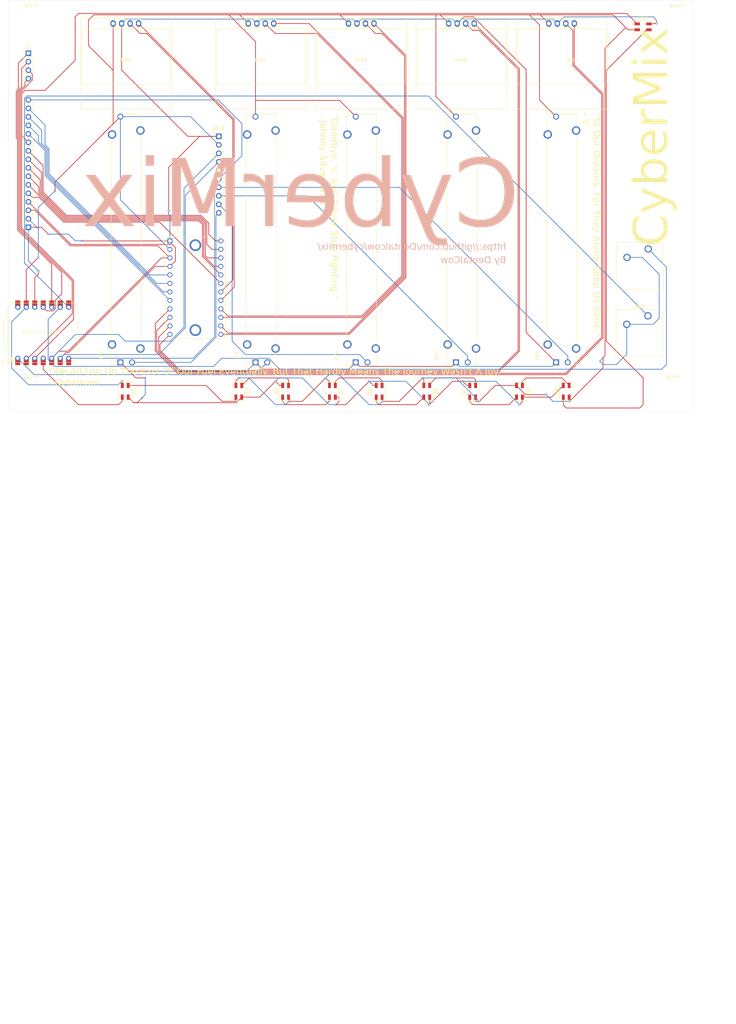
<source format=kicad_pcb>
(kicad_pcb (version 20241229) (generator "pcbnew") (generator_version "9.0")
  (layers (0 "F.Cu" signal) (2 "B.Cu" signal) (13 "F.Paste" user) (15 "B.Paste" user) (5 "F.SilkS" user "F.Silkscreen") (7 "B.SilkS" user "B.Silkscreen") (1 "F.Mask" user) (3 "B.Mask" user) (25 "Edge.Cuts" user))
  (net 0 "")
  (net 1 "Net-(Brd1-SCL)")
  (net 2 "Net-(Brd1-SDA)")
  (net 3 "Net-(ADC1-VCC)")
  (net 4 "Net-(ADC1-GND)")
  (net 5 "Net-(Brd2-SDA)")
  (net 6 "Net-(Brd2-SCL)")
  (net 7 "Net-(Brd3-SCL)")
  (net 8 "Net-(Brd3-SDA)")
  (net 9 "Net-(Brd4-SCL)")
  (net 10 "Net-(Brd4-SDA)")
  (net 11 "Net-(Brd5-SDA)")
  (net 12 "Net-(Brd5-SCL)")
  (net 13 "Net-(D1-DOUT)")
  (net 14 "Net-(D1-DIN)")
  (net 15 "Net-(D2-DOUT)")
  (net 16 "Net-(D3-DOUT)")
  (net 17 "Net-(D4-DOUT)")
  (net 18 "Net-(D5-DOUT)")
  (net 19 "Net-(D6-DOUT)")
  (net 20 "Net-(D7-DOUT)")
  (net 21 "Net-(D8-DOUT)")
  (net 22 "Net-(D10-DIN)")
  (net 23 "Net-(D10-DOUT)")
  (net 24 "Net-(ADC1-SDA)")
  (net 25 "Net-(U2-RST)")
  (net 26 "Net-(U2-SDA5)")
  (net 27 "Net-(U2-A0)")
  (net 28 "Net-(U2-A2)")
  (net 29 "Net-(U2-SCL7)")
  (net 30 "Net-(U2-A1)")
  (net 31 "Net-(ADC1-SCL)")
  (net 32 "Net-(U2-SDA7)")
  (net 33 "Net-(U2-SCL5)")
  (net 34 "Net-(U2-SDA6)")
  (net 35 "Net-(U2-SCL6)")
  (net 36 "Net-(ADC1-ALERT)")
  (net 37 "Net-(U1-GPIO27{slash}ADC1{slash}A1)")
  (net 38 "Net-(U1-GPIO28{slash}ADC2{slash}A2)")
  (net 39 "Net-(U1-GPIO3{slash}MOSI)")
  (net 40 "Net-(U1-GPIO4{slash}MISO)")
  (net 41 "Net-(U1-GPIO26{slash}ADC0{slash}A0)")
  (net 42 "Net-(ADC1-A0)")
  (net 43 "Net-(ADC1-A1)")
  (net 44 "Net-(ADC1-A2)")
  (net 45 "Net-(ADC1-A3)")
  (net 46 "Net-(U1-GPIO2{slash}SCK)")
  (net 47 "Net-(U1-GPIO1{slash}RX)")
  (net 49 "Net-(ADC1-ADDR)")
  (footprint "Button_Switch_Keyboard:SW_Cherry_MX_1.00u_PCB" (layer "F.Cu") (at 252.54 107.42)
    (property "Reference" "SW1")
    (property "Value" "SW_Push")
  )
  (footprint "MountingHole:MountingHole_3.2mm_M3" (layer "F.Cu") (at 68 39)
    (property "Reference" "REF**")
    (property "Value" "MountingHole_3.2mm_M3")
  )
  (footprint "LED_SMD:LED_SK6812MINI_PLCC4_3.5x3.5mm_P1.75mm" (layer "F.Cu") (at 96 150 -90)
    (property "Reference" "D1")
    (property "Value" "SK6812MINI")
  )
  (footprint "SSD1306:128x64OLED" (layer "F.Cu") (at 166.45 50.6)
    (property "Reference" "Brd3")
    (property "Value" "SSD1306")
  )
  (footprint "MountingHole:MountingHole_3.2mm_M3" (layer "F.Cu") (at 260 150)
    (property "Reference" "REF**")
    (property "Value" "MountingHole_3.2mm_M3")
  )
  (footprint "SSD1306:128x64OLED" (layer "F.Cu") (at 226.41 50.6)
    (property "Reference" "Brd1")
    (property "Value" "SSD1306")
  )
  (footprint "Seeed Studio XIAO Series Library:XIAO-RP2040-DIP" (layer "F.Cu") (at 71.46 132.5 90)
    (property "Reference" "U1")
    (property "Value" "XIAO-RP2040-DIP")
  )
  (footprint "MountingHole:MountingHole_3.2mm_M3" (layer "F.Cu") (at 261 39)
    (property "Reference" "REF**")
    (property "Value" "MountingHole_3.2mm_M3")
  )
  (footprint "PTA6043-2015CPB103:TRIM_PTA6043-2015CPB103" (layer "F.Cu") (at 226.71 104.6 90)
    (property "Reference" "RV2")
    (property "Value" "R_Potentiometer")
  )
  (footprint "LED_SMD:LED_SK6812MINI_PLCC4_3.5x3.5mm_P1.75mm" (layer "F.Cu") (at 214 150 -90)
    (property "Reference" "D8")
    (property "Value" "SK6812MINI")
  )
  (footprint "SSD1306:128x64OLED" (layer "F.Cu") (at 136.45 50.6)
    (property "Reference" "Brd4")
    (property "Value" "SSD1306")
  )
  (footprint "SSD1306:128x64OLED" (layer "F.Cu") (at 96 50.6)
    (property "Reference" "Brd5")
    (property "Value" "SSD1306")
  )
  (footprint "LED_SMD:LED_SK6812MINI_PLCC4_3.5x3.5mm_P1.75mm" (layer "F.Cu") (at 172 150 90)
    (property "Reference" "D5")
    (property "Value" "SK6812MINI")
  )
  (footprint "Connector_PinHeader_2.54mm:PinHeader_1x16_P2.54mm_Vertical" (layer "F.Cu") (at 67 100.94 180)
    (property "Reference" "J1")
    (property "Value" "PINHD_1x16_Male")
  )
  (footprint "Connector_PinHeader_2.54mm:PinHeader_1x04_P2.54mm_Vertical" (layer "F.Cu") (at 67 48.89)
    (property "Reference" "J2")
    (property "Value" "PINHD_1x4_Male")
  )
  (footprint "LED_SMD:LED_SK6812MINI_PLCC4_3.5x3.5mm_P1.75mm" (layer "F.Cu") (at 144 150 90)
    (property "Reference" "D3")
    (property "Value" "SK6812MINI")
  )
  (footprint "Button_Switch_Keyboard:SW_Cherry_MX_1.00u_PCB" (layer "F.Cu") (at 252.46 127.42)
    (property "Reference" "SW2")
    (property "Value" "SW_Push")
  )
  (footprint "PTA6043-2015CPB103:TRIM_PTA6043-2015CPB103" (layer "F.Cu") (at 96.3 104.6 90)
    (property "Reference" "RV5")
    (property "Value" "R_Potentiometer")
  )
  (footprint "LED_SMD:LED_SK6812MINI_PLCC4_3.5x3.5mm_P1.75mm" (layer "F.Cu") (at 186.25 150 -90)
    (property "Reference" "D6")
    (property "Value" "SK6812MINI")
  )
  (footprint "Connector_PinHeader_2.54mm:PinHeader_1x10_P2.54mm_Vertical" (layer "F.Cu") (at 124 73.76)
    (property "Reference" "ADC1")
    (property "Value" "~")
  )
  (footprint "PTA6043-2015CPB103:TRIM_PTA6043-2015CPB103" (layer "F.Cu") (at 136.75 104.6 90)
    (property "Reference" "RV1")
    (property "Value" "R_Potentiometer")
  )
  (footprint "PTA6043-2015CPB103:TRIM_PTA6043-2015CPB103" (layer "F.Cu") (at 166.75 104.6 90)
    (property "Reference" "RV4")
    (property "Value" "R_Potentiometer")
  )
  (footprint "LED_SMD:LED_SK6812MINI_PLCC4_3.5x3.5mm_P1.75mm" (layer "F.Cu") (at 228 150 90)
    (property "Reference" "D9")
    (property "Value" "SK6812MINI")
  )
  (footprint "LED_SMD:LED_SK6812MINI_PLCC4_3.5x3.5mm_P1.75mm" (layer "F.Cu") (at 158 150 -90)
    (property "Reference" "D4")
    (property "Value" "SK6812MINI")
  )
  (footprint "LED_SMD:LED_SK6812MINI_PLCC4_3.5x3.5mm_P1.75mm" (layer "F.Cu") (at 200 150 90)
    (property "Reference" "D7")
    (property "Value" "SK6812MINI")
  )
  (footprint "MountingHole:MountingHole_3.2mm_M3" (layer "F.Cu") (at 68 150)
    (property "Reference" "REF**")
    (property "Value" "MountingHole_3.2mm_M3")
  )
  (footprint "PTA6043-2015CPB103:TRIM_PTA6043-2015CPB103" (layer "F.Cu") (at 196.75 104.6 90)
    (property "Reference" "RV3")
    (property "Value" "R_Potentiometer")
  )
  (footprint "LED_SMD:LED_SK6812MINI_PLCC4_3.5x3.5mm_P1.75mm" (layer "F.Cu") (at 251 41)
    (property "Reference" "D10")
    (property "Value" "SK6812MINI")
  )
  (footprint "2717:MODULE_2717" (layer "F.Cu") (at 117 119)
    (property "Reference" "U2")
    (property "Value" "2717")
  )
  (footprint "LED_SMD:LED_SK6812MINI_PLCC4_3.5x3.5mm_P1.75mm" (layer "F.Cu") (at 130 150 -90)
    (property "Reference" "D2")
    (property "Value" "SK6812MINI")
  )
  (footprint "SSD1306:128x64OLED" (layer "F.Cu") (at 196.45 50.6)
    (property "Reference" "Brd2")
    (property "Value" "SSD1306")
  )
  (gr_rect (start 61 33) (end 266 156) (stroke (width 0.05)) (fill no) (layer "Edge.Cuts"))
  (gr_text "CyberMix" (at 254 74 90) (layer "F.SilkS") (effects (font (size 10 10) (thickness 0.1))))
  (gr_text "{dblquote}To Our Dreams. For They Alone Keep Us Sane.{dblquote}\n- V" (at 232.485 66.7 270) (layer "F.SilkS") (effects (font (size 2 2) (thickness 0.1)) (justify left bottom)))
  (gr_text "{dblquote}Goodbye, V, And Never Stop Fighting.{dblquote}\n- Johnny Silverhand" (at 154 67 270) (layer "F.SilkS") (effects (font (size 2 2) (thickness 0.1)) (justify left bottom)))
  (gr_text "XIAO THIS SIDE" (at 65 133 0) (layer "F.SilkS") (effects (font (size 1 1) (thickness 0.1)) (justify left bottom)))
  (gr_text "{dblquote}We All Lap Up The Last Of Our Fuel Eventually. But That Hardly Means The Journey Wasn't A Joy.{dblquote}\n- Delamain" (at 73 148.7 0) (layer "F.SilkS") (effects (font (size 2 2) (thickness 0.1)) (justify left bottom)))
  (gr_text "CyberMix" (at 214 104 0) (layer "B.SilkS") (effects (font (size 20 20) (thickness 0.1)) (justify left bottom mirror)))
  (gr_text "By DentalCow" (at 210 112 0) (layer "B.SilkS") (effects (font (size 2 2) (thickness 0.1)) (justify left bottom mirror)))
  (gr_text "https://github.com/Dentalcow/cybermix/" (at 210 108 0) (layer "B.SilkS") (effects (font (size 2 2) (thickness 0.1)) (justify left bottom mirror)))
  (segment (start 238.599 133.8339) (end 227.8339 144.599) (width 0.2) (layer "F.Cu") (net 1))
  (segment (start 105.401 131.869) (end 109.38 127.89) (width 0.2) (layer "F.Cu") (net 1))
  (segment (start 230.009 52.5761) (end 238.599 61.1661) (width 0.2) (layer "F.Cu") (net 1))
  (segment (start 227.8339 144.599) (end 112.1661 144.599) (width 0.2) (layer "F.Cu") (net 1))
  (segment (start 238.599 61.1661) (end 238.599 133.8339) (width 0.2) (layer "F.Cu") (net 1))
  (segment (start 230 42.13) (end 230 52.5671) (width 0.2) (layer "F.Cu") (net 1))
  (segment (start 230.009 52.5581) (end 230.009 52.5761) (width 0.2) (layer "F.Cu") (net 1))
  (segment (start 230 52.5671) (end 230.009 52.5581) (width 0.2) (layer "F.Cu") (net 1))
  (segment (start 112.1661 144.599) (end 105.401 137.8339) (width 0.2) (layer "F.Cu") (net 1))
  (segment (start 227.87 40) (end 230 42.13) (width 0.2) (layer "F.Cu") (net 1))
  (segment (start 105.401 137.8339) (end 105.401 131.869) (width 0.2) (layer "F.Cu") (net 1))
  (segment (start 112 145) (end 228 145) (width 0.2) (layer "F.Cu") (net 2))
  (segment (start 228 145) (end 239 134) (width 0.2) (layer "F.Cu") (net 2))
  (segment (start 105 138) (end 112 145) (width 0.2) (layer "F.Cu") (net 2))
  (segment (start 230.41 52.41) (end 230.41 40) (width 0.2) (layer "F.Cu") (net 2))
  (segment (start 109.38 125.35) (end 105 129.73) (width 0.2) (layer "F.Cu") (net 2))
  (segment (start 239 61) (end 230.41 52.41) (width 0.2) (layer "F.Cu") (net 2))
  (segment (start 105 129.73) (end 105 138) (width 0.2) (layer "F.Cu") (net 2))
  (segment (start 239 134) (end 239 61) (width 0.2) (layer "F.Cu") (net 2))
  (segment (start 109 83) (end 109 96) (width 0.2) (layer "F.Cu") (net 3))
  (segment (start 169 147) (end 162 154) (width 0.2) (layer "F.Cu") (net 3))
  (segment (start 67 100.94) (end 70.94 100.94) (width 0.2) (layer "F.Cu") (net 3))
  (segment (start 214.875 151.75) (end 223.625 151.75) (width 0.2) (layer "F.Cu") (net 3))
  (segment (start 137.046 143.396) (end 162.954 143.396) (width 0.2) (layer "F.Cu") (net 3))
  (segment (start 193.799 142.551) (end 195 141.35) (width 0.2) (layer "F.Cu") (net 3))
  (segment (start 99.2 146) (end 102 146) (width 0.2) (layer "F.Cu") (net 3))
  (segment (start 166.201 142.551) (end 193.799 142.551) (width 0.2) (layer "F.Cu") (net 3))
  (segment (start 83 105) (end 83.03 105.03) (width 0.2) (layer "F.Cu") (net 3))
  (segment (start 100 153.401) (end 101 153.401) (width 0.2) (layer "F.Cu") (net 3))
  (segment (start 187 154) (end 187.125 153.875) (width 0.2) (layer "F.Cu") (net 3))
  (segment (start 83.03 105.03) (end 109.38 105.03) (width 0.2) (layer "F.Cu") (net 3))
  (segment (start 136.25 151.75) (end 130.875 151.75) (width 0.2) (layer "F.Cu") (net 3))
  (segment (start 165 141.35) (end 166.201 142.551) (width 0.2) (layer "F.Cu") (net 3))
  (segment (start 97.2 144) (end 104 144) (width 0.2) (layer "F.Cu") (net 3))
  (segment (start 199.125 148.25) (end 198.25 148.25) (width 0.2) (layer "F.Cu") (net 3))
  (segment (start 162.954 143.396) (end 165 141.35) (width 0.2) (layer "F.Cu") (net 3))
  (segment (start 97.1 143.9) (end 94.55 141.35) (width 0.2) (layer "F.Cu") (net 3))
  (segment (start 101 153.401) (end 129.224 153.401) (width 0.2) (layer "F.Cu") (net 3))
  (segment (start 224.96 141.35) (end 216 132.39) (width 0.2) (layer "F.Cu") (net 3))
  (segment (start 197.37 38) (end 195.37 40) (width 0.2) (layer "F.Cu") (net 3))
  (segment (start 70 114) (end 70 115) (width 0.2) (layer "F.Cu") (net 3))
  (segment (start 194 147) (end 187 154) (width 0.2) (layer "F.Cu") (net 3))
  (segment (start 214 154) (end 214.875 153.125) (width 0.2) (layer "F.Cu") (net 3))
  (segment (start 143.125 148.25) (end 142.25 148.25) (width 0.2) (layer "F.Cu") (net 3))
  (segment (start 198.25 148.25) (end 197 147) (width 0.2) (layer "F.Cu") (net 3))
  (segment (start 159.75 151.75) (end 158.875 151.75) (width 0.2) (layer "F.Cu") (net 3))
  (segment (start 124 73.76) (end 118.24 73.76) (width 0.2) (layer "F.Cu") (net 3))
  (segment (start 98.526 153.401) (end 100 153.401) (width 0.2) (layer "F.Cu") (net 3))
  (segment (start 118.24 73.76) (end 109 83) (width 0.2) (layer "F.Cu") (net 3))
  (segment (start 223.625 151.75) (end 227.125 148.25) (width 0.2) (layer "F.Cu") (net 3))
  (segment (start 187.125 153.875) (end 187.125 151.75) (width 0.2) (layer "F.Cu") (net 3))
  (segment (start 216 53.792951) (end 200.207049 38) (width 0.2) (layer "F.Cu") (net 3))
  (segment (start 135 141.35) (end 137.046 143.396) (width 0.2) (layer "F.Cu") (net 3))
  (segment (start 162 154) (end 159 154) (width 0.2) (layer "F.Cu") (net 3))
  (segment (start 114.759999 73.76) (end 124 73.76) (width 0.2) (layer "F.Cu") (net 3))
  (segment (start 170.25 148.25) (end 169 147) (width 0.2) (layer "F.Cu") (net 3))
  (segment (start 254 40) (end 253.875 40.125) (width 0.2) (layer "F.Cu") (net 3))
  (segment (start 200.207049 38) (end 197.37 38) (width 0.2) (layer "F.Cu") (net 3))
  (segment (start 216 132.39) (end 216 53.792951) (width 0.2) (layer "F.Cu") (net 3))
  (segment (start 142.25 148.25) (end 141 147) (width 0.2) (layer "F.Cu") (net 3))
  (segment (start 99.599 153.401) (end 98.526 153.401) (width 0.2) (layer "F.Cu") (net 3))
  (segment (start 68.92 116.08) (end 68.92 124.88) (width 0.2) (layer "F.Cu") (net 3))
  (segment (start 159 154) (end 160 153) (width 0.2) (layer "F.Cu") (net 3))
  (segment (start 94.92 53.920001) (end 114.759999 73.76) (width 0.2) (layer "F.Cu") (net 3))
  (segment (start 101 152) (end 99.599 153.401) (width 0.2) (layer "F.Cu") (net 3))
  (segment (start 214.875 153.125) (end 214.875 151.75) (width 0.2) (layer "F.Cu") (net 3))
  (segment (start 255 40) (end 254 40) (width 0.2) (layer "F.Cu") (net 3))
  (segment (start 96.875 151.75) (end 98.526 153.401) (width 0.2) (layer "F.Cu") (net 3))
  (segment (start 70.94 100.94) (end 73 103) (width 0.2) (layer "F.Cu") (net 3))
  (segment (start 160 153) (end 160 152) (width 0.2) (layer "F.Cu") (net 3))
  (segment (start 197 147) (end 194 147) (width 0.2) (layer "F.Cu") (net 3))
  (segment (start 70 115) (end 68.92 116.08) (width 0.2) (layer "F.Cu") (net 3))
  (segment (start 97.1 143.9) (end 99.2 146) (width 0.2) (layer "F.Cu") (net 3))
  (segment (start 160 152) (end 159.75 151.75) (width 0.2) (layer "F.Cu") (net 3))
  (segment (start 97.1 143.9) (end 97.2 144) (width 0.2) (layer "F.Cu") (net 3))
  (segment (start 171.125 148.25) (end 170.25 148.25) (width 0.2) (layer "F.Cu") (net 3))
  (segment (start 141 147) (end 136.25 151.75) (width 0.2) (layer "F.Cu") (net 3))
  (segment (start 129.224 153.401) (end 130.875 151.75) (width 0.2) (layer "F.Cu") (net 3))
  (segment (start 94.92 40) (end 94.92 53.920001) (width 0.2) (layer "F.Cu") (net 3))
  (segment (start 253.875 40.125) (end 252.75 40.125) (width 0.2) (layer "F.Cu") (net 3))
  (via (at 102 146) (size 0.6) (drill 0.3) (layers "F.Cu" "B.Cu") (net 3))
  (via (at 70 114) (size 0.6) (drill 0.3) (layers "F.Cu" "B.Cu") (net 3))
  (via (at 169 147) (size 0.6) (drill 0.3) (layers "F.Cu" "B.Cu") (net 3))
  (via (at 214 154) (size 0.6) (drill 0.3) (layers "F.Cu" "B.Cu") (net 3))
  (via (at 83 105) (size 0.6) (drill 0.3) (layers "F.Cu" "B.Cu") (net 3))
  (via (at 255 40) (size 0.6) (drill 0.3) (layers "F.Cu" "B.Cu") (net 3))
  (via (at 187 154) (size 0.6) (drill 0.3) (layers "F.Cu" "B.Cu") (net 3))
  (via (at 101 152) (size 0.6) (drill 0.3) (layers "F.Cu" "B.Cu") (net 3))
  (via (at 197 147) (size 0.6) (drill 0.3) (layers "F.Cu" "B.Cu") (net 3))
  (via (at 104 144) (size 0.6) (drill 0.3) (layers "F.Cu" "B.Cu") (net 3))
  (via (at 159 154) (size 0.6) (drill 0.3) (layers "F.Cu" "B.Cu") (net 3))
  (via (at 73 103) (size 0.6) (drill 0.3) (layers "F.Cu" "B.Cu") (net 3))
  (via (at 141 147) (size 0.6) (drill 0.3) (layers "F.Cu" "B.Cu") (net 3))
  (via (at 109 96) (size 0.6) (drill 0.3) (layers "F.Cu" "B.Cu") (net 3))
  (segment (start 164.069 38.699) (end 165.37 40) (width 0.2) (layer "B.Cu") (net 3))
  (segment (start 169 147) (end 180 147) (width 0.2) (layer "B.Cu") (net 3))
  (segment (start 67 111) (end 70 114) (width 0.2) (layer "B.Cu") (net 3))
  (segment (start 227.33 38) (end 254 38) (width 0.2) (layer "B.Cu") (net 3))
  (segment (start 79 103) (end 73 103) (width 0.2) (layer "B.Cu") (net 3))
  (segment (start 102 151) (end 102 146) (width 0.2) (layer "B.Cu") (net 3))
  (segment (start 109.38 97.38) (end 109.38 105.03) (width 0.2) (layer "B.Cu") (net 3))
  (segment (start 101 152) (end 102 151) (width 0.2) (layer "B.Cu") (net 3))
  (segment (start 180 147) (end 187 154) (width 0.2) (layer "B.Cu") (net 3))
  (segment (start 196.201 142.551) (end 223.759 142.551) (width 0.2) (layer "B.Cu") (net 3))
  (segment (start 195.37 40) (end 196.671 38.699) (width 0.2) (layer "B.Cu") (net 3))
  (segment (start 149 146) (end 157 154) (width 0.2) (layer "B.Cu") (net 3))
  (segment (start 109 97) (end 109.38 97.38) (width 0.2) (layer "B.Cu") (net 3))
  (segment (start 254 38) (end 255 39) (width 0.2) (layer "B.Cu") (net 3))
  (segment (start 94.92 40) (end 96.221 38.699) (width 0.2) (layer "B.Cu") (net 3))
  (segment (start 197 147) (end 207 147) (width 0.2) (layer "B.Cu") (net 3))
  (segment (start 165.37 40) (end 166.671 38.699) (width 0.2) (layer "B.Cu") (net 3))
  (segment (start 166.671 38.699) (end 194.069 38.699) (width 0.2) (layer "B.Cu") (net 3))
  (segment (start 142 146) (end 149 146) (width 0.2) (layer "B.Cu") (net 3))
  (segment (start 157 154) (end 159 154) (width 0.2) (layer "B.Cu") (net 3))
  (segment (start 104 144) (end 132.35 144) (width 0.2) (layer "B.Cu") (net 3))
  (segment (start 83 105) (end 81 105) (width 0.2) (layer "B.Cu") (net 3))
  (segment (start 195 141.35) (end 196.201 142.551) (width 0.2) (layer "B.Cu") (net 3))
  (segment (start 141 147) (end 142 146) (width 0.2) (layer "B.Cu") (net 3))
  (segment (start 224.029 38.699) (end 225.33 40) (width 0.2) (layer "B.Cu") (net 3))
  (segment (start 194.069 38.699) (end 195.37 40) (width 0.2) (layer "B.Cu") (net 3))
  (segment (start 225.33 40) (end 227.33 38) (width 0.2) (layer "B.Cu") (net 3))
  (segment (start 96.221 38.699) (end 134.069 38.699) (width 0.2) (layer "B.Cu") (net 3))
  (segment (start 223.759 142.551) (end 224.96 141.35) (width 0.2) (layer "B.Cu") (net 3))
  (segment (start 109 96) (end 109 97) (width 0.2) (layer "B.Cu") (net 3))
  (segment (start 255 39) (end 255 40) (width 0.2) (layer "B.Cu") (net 3))
  (segment (start 135.37 40) (end 136.671 38.699) (width 0.2) (layer "B.Cu") (net 3))
  (segment (start 136.671 38.699) (end 164.069 38.699) (width 0.2) (layer "B.Cu") (net 3))
  (segment (start 196.671 38.699) (end 224.029 38.699) (width 0.2) (layer "B.Cu") (net 3))
  (segment (start 134.069 38.699) (end 135.37 40) (width 0.2) (layer "B.Cu") (net 3))
  (segment (start 67 100.94) (end 67 111) (width 0.2) (layer "B.Cu") (net 3))
  (segment (start 81 105) (end 79 103) (width 0.2) (layer "B.Cu") (net 3))
  (segment (start 132.35 144) (end 135 141.35) (width 0.2) (layer "B.Cu") (net 3))
  (segment (start 207 147) (end 214 154) (width 0.2) (layer "B.Cu") (net 3))
  (segment (start 66.38 113.62) (end 70 110) (width 0.2) (layer "F.Cu") (net 4))
  (segment (start 89.2 73.2) (end 92.38 70.02) (width 0.2) (layer "F.Cu") (net 4))
  (segment (start 229 153) (end 239 143) (width 0.2) (layer "F.Cu") (net 4))
  (segment (start 149 153) (end 145 153) (width 0.2) (layer "F.Cu") (net 4))
  (segment (start 165 67.85) (end 160.15 63) (width 0.2) (layer "F.Cu") (net 4))
  (segment (start 189.15 62) (end 189 62) (width 0.2) (layer "F.Cu") (net 4))
  (segment (start 185.375 146.375) (end 185 146) (width 0.2) (layer "F.Cu") (net 4))
  (segment (start 173 153) (end 173 151.875) (width 0.2) (layer "F.Cu") (net 4))
  (segment (start 135 63) (end 135 45.401) (width 0.2) (layer "F.Cu") (net 4))
  (segment (start 135 67.85) (end 135 63) (width 0.2) (layer "F.Cu") (net 4))
  (segment (start 129.125 148.25) (end 129.125 146.875) (width 0.2) (layer "F.Cu") (net 4))
  (segment (start 189 62) (end 189 37.401) (width 0.2) (layer "F.Cu") (net 4))
  (segment (start 85 39) (end 85 46.62) (width 0.2) (layer "F.Cu") (net 4))
  (segment (start 202 153) (end 201 153) (width 0.2) (layer "F.Cu") (net 4))
  (segment (start 200.875 152.875) (end 200.875 151.75) (width 0.2) (layer "F.Cu") (net 4))
  (segment (start 224.96 67.85) (end 220 62.89) (width 0.2) (layer "F.Cu") (net 4))
  (segment (start 229 153) (end 229 151.875) (width 0.2) (layer "F.Cu") (net 4))
  (segment (start 239.599 139.401) (end 239 140) (width 0.2) (layer "F.Cu") (net 4))
  (segment (start 160.15 63) (end 135 63) (width 0.2) (layer "F.Cu") (net 4))
  (segment (start 178 153) (end 173 153) (width 0.2) (layer "F.Cu") (net 4))
  (segment (start 239 143) (end 239 140) (width 0.2) (layer "F.Cu") (net 4))
  (segment (start 162.83 40) (end 160.231 37.401) (width 0.2) (layer "F.Cu") (net 4))
  (segment (start 156 146) (end 149 153) (width 0.2) (layer "F.Cu") (net 4))
  (segment (start 157.125 147.125) (end 156 146) (width 0.2) (layer "F.Cu") (net 4))
  (segment (start 127 37.401) (end 86.599 37.401) (width 0.2) (layer "F.Cu") (net 4))
  (segment (start 195 67.85) (end 189.15 62) (width 0.2) (layer "F.Cu") (net 4))
  (segment (start 245.7995 41.2005) (end 242 37.401) (width 0.2) (layer "F.Cu") (net 4))
  (segment (start 192.83 40) (end 190.231 37.401) (width 0.2) (layer "F.Cu") (net 4))
  (segment (start 135 45.401) (end 127 37.401) (width 0.2) (layer "F.Cu") (net 4))
  (segment (start 130.231 37.401) (end 127 37.401) (width 0.2) (layer "F.Cu") (net 4))
  (segment (start 217 37.401) (end 190.231 37.401) (width 0.2) (layer "F.Cu") (net 4))
  (segment (start 215.798 151) (end 222 151) (width 0.2) (layer "F.Cu") (net 4))
  (segment (start 85 46.62) (end 92.38 54) (width 0.2) (layer "F.Cu") (net 4))
  (segment (start 201 153) (end 200.875 152.875) (width 0.2) (layer "F.Cu") (net 4))
  (segment (start 189 37.401) (end 160.231 37.401) (width 0.2) (layer "F.Cu") (net 4))
  (segment (start 92.38 54) (end 92.38 40) (width 0.2) (layer "F.Cu") (net 4))
  (segment (start 245.7995 41.2005) (end 239.599 47.401) (width 0.2) (layer "F.Cu") (net 4))
  (segment (start 249.25 41.875) (end 246.474 41.875) (width 0.2) (layer "F.Cu") (net 4))
  (segment (start 202 153) (end 206.75 148.25) (width 0.2) (layer "F.Cu") (net 4))
  (segment (start 145 153) (end 145 151.875) (width 0.2) (layer "F.Cu") (net 4))
  (segment (start 95 148.125) (end 95.125 148.25) (width 0.2) (layer "F.Cu") (net 4))
  (segment (start 229 151.875) (end 228.875 151.75) (width 0.2) (layer "F.Cu") (net 4))
  (segment (start 220 40.401) (end 217 37.401) (width 0.2) (layer "F.Cu") (net 4))
  (segment (start 86.599 37.401) (end 85 39) (width 0.2) (layer "F.Cu") (net 4))
  (segment (start 222.79 40) (end 220.191 37.401) (width 0.2) (layer "F.Cu") (net 4))
  (segment (start 92.38 70.02) (end 92.38 54) (width 0.2) (layer "F.Cu") (net 4))
  (segment (start 242 37.401) (end 220.191 37.401) (width 0.2) (layer "F.Cu") (net 4))
  (segment (start 129.125 146.875) (end 130 146) (width 0.2) (layer "F.Cu") (net 4))
  (segment (start 220.191 37.401) (end 217 37.401) (width 0.2) (layer "F.Cu") (net 4))
  (segment (start 95 147) (end 95 148.125) (width 0.2) (layer "F.Cu") (net 4))
  (segment (start 213.125 148.327) (end 215.798 151) (width 0.2) (layer "F.Cu") (net 4))
  (segment (start 75 87.4) (end 89.2 73.2) (width 0.2) (layer "F.Cu") (net 4))
  (segment (start 206.75 148.25) (end 213.125 148.25) (width 0.2) (layer "F.Cu") (net 4))
  (segment (start 75 90) (end 75 87.4) (width 0.2) (layer "F.Cu") (net 4))
  (segment (start 173 151.875) (end 172.875 151.75) (width 0.2) (layer "F.Cu") (net 4))
  (segment (start 220 62.89) (end 220 40.401) (width 0.2) (layer "F.Cu") (net 4))
  (segment (start 239.599 47.401) (end 239.599 139.401) (width 0.2) (layer "F.Cu") (net 4))
  (segment (start 246.474 41.875) (end 245.7995 41.2005) (width 0.2) (layer "F.Cu") (net 4))
  (segment (start 66.38 124.88) (end 66.38 113.62) (width 0.2) (layer "F.Cu") (net 4))
  (segment (start 132.83 40) (end 130.231 37.401) (width 0.2) (layer "F.Cu") (net 4))
  (segment (start 160.231 37.401) (end 130.231 37.401) (width 0.2) (layer "F.Cu") (net 4))
  (segment (start 185 146) (end 178 153) (width 0.2) (layer "F.Cu") (net 4))
  (segment (start 145 151.875) (end 144.875 151.75) (width 0.2) (layer "F.Cu") (net 4))
  (segment (start 185.375 148.25) (end 185.375 146.375) (width 0.2) (layer "F.Cu") (net 4))
  (segment (start 190.231 37.401) (end 189 37.401) (width 0.2) (layer "F.Cu") (net 4))
  (segment (start 213.125 148.25) (end 213.125 148.327) (width 0.2) (layer "F.Cu") (net 4))
  (segment (start 89.2 73.2) (end 94.55 67.85) (width 0.2) (layer "F.Cu") (net 4))
  (segment (start 157.125 148.25) (end 157.125 147.125) (width 0.2) (layer "F.Cu") (net 4))
  (via (at 70 110) (size 0.6) (drill 0.3) (layers "F.Cu" "B.Cu") (net 4))
  (via (at 95 147) (size 0.6) (drill 0.3) (layers "F.Cu" "B.Cu") (net 4))
  (via (at 173 153) (size 0.6) (drill 0.3) (layers "F.Cu" "B.Cu") (net 4))
  (via (at 145 153) (size 0.6) (drill 0.3) (layers "F.Cu" "B.Cu") (net 4))
  (via (at 156 146) (size 0.6) (drill 0.3) (layers "F.Cu" "B.Cu") (net 4))
  (via (at 222 151) (size 0.6) (drill 0.3) (layers "F.Cu" "B.Cu") (net 4))
  (via (at 75 90) (size 0.6) (drill 0.3) (layers "F.Cu" "B.Cu") (net 4))
  (via (at 185 146) (size 0.6) (drill 0.3) (layers "F.Cu" "B.Cu") (net 4))
  (via (at 130 146) (size 0.6) (drill 0.3) (layers "F.Cu" "B.Cu") (net 4))
  (via (at 202 153) (size 0.6) (drill 0.3) (layers "F.Cu" "B.Cu") (net 4))
  (via (at 239 140) (size 0.6) (drill 0.3) (layers "F.Cu" "B.Cu") (net 4))
  (via (at 229 153) (size 0.6) (drill 0.3) (layers "F.Cu" "B.Cu") (net 4))
  (segment (start 239 140) (end 238 141) (width 0.2) (layer "B.Cu") (net 4))
  (segment (start 94.55 92.74) (end 94.55 67.85) (width 0.2) (layer "B.Cu") (net 4))
  (segment (start 195 146) (end 202 153) (width 0.2) (layer "B.Cu") (net 4))
  (segment (start 250.784816 109.96) (end 246.19 109.96) (width 0.2) (layer "B.Cu") (net 4))
  (segment (start 133 146) (end 141 154) (width 0.2) (layer "B.Cu") (net 4))
  (segment (start 67.049 148.049) (end 93.951 148.049) (width 0.2) (layer "B.Cu") (net 4))
  (segment (start 255.824816 115) (end 250.784816 109.96) (width 0.2) (layer "B.Cu") (net 4))
  (segment (start 156 146) (end 157 145) (width 0.2) (layer "B.Cu") (net 4))
  (segment (start 130 146) (end 132 146) (width 0.2) (layer "B.Cu") (net 4))
  (segment (start 62 143) (end 67.049 148.049) (width 0.2) (layer "B.Cu") (net 4))
  (segment (start 224 153) (end 229 153) (width 0.2) (layer "B.Cu") (net 4))
  (segment (start 124 76.3) (end 115.55 67.85) (width 0.2) (layer "B.Cu") (net 4))
  (segment (start 243 142) (end 246.11 138.89) (width 0.2) (layer "B.Cu") (net 4))
  (segment (start 62 129.26) (end 62 143) (width 0.2) (layer "B.Cu") (net 4))
  (segment (start 70 110) (end 70 101.4) (width 0.2) (layer "B.Cu") (net 4))
  (segment (start 239 142) (end 243 142) (width 0.2) (layer "B.Cu") (net 4))
  (segment (start 169 154) (end 172 154) (width 0.2) (layer "B.Cu") (net 4))
  (segment (start 255.824816 128.175184) (end 255.824816 115) (width 0.2) (layer "B.Cu") (net 4))
  (segment (start 157 145) (end 160 145) (width 0.2) (layer "B.Cu") (net 4))
  (segment (start 144 154) (end 145 153) (width 0.2) (layer "B.Cu") (net 4))
  (segment (start 70 101.4) (end 70 95) (width 0.2) (layer "B.Cu") (net 4))
  (segment (start 115.55 67.85) (end 94.55 67.85) (width 0.2) (layer "B.Cu") (net 4))
  (segment (start 70 101.4) (end 67 98.4) (width 0.2) (layer "B.Cu") (net 4))
  (segment (start 132 146) (end 133 146) (width 0.2) (layer "B.Cu") (net 4))
  (segment (start 254.04 129.96) (end 255.824816 128.175184) (width 0.2) (layer "B.Cu") (net 4))
  (segment (start 70 95) (end 75 90) (width 0.2) (layer "B.Cu") (net 4))
  (segment (start 66.38 124.88) (end 62 129.26) (width 0.2) (layer "B.Cu") (net 4))
  (segment (start 141 154) (end 144 154) (width 0.2) (layer "B.Cu") (net 4))
  (segment (start 238 141) (end 239 142) (width 0.2) (layer "B.Cu") (net 4))
  (segment (start 160 145) (end 169 154) (width 0.2) (layer "B.Cu") (net 4))
  (segment (start 172 154) (end 173 153) (width 0.2) (layer "B.Cu") (net 4))
  (segment (start 93.951 148.049) (end 95 147) (width 0.2) (layer "B.Cu") (net 4))
  (segment (start 246.11 138.89) (end 246.11 129.96) (width 0.2) (layer "B.Cu") (net 4))
  (segment (start 222 151) (end 224 153) (width 0.2) (layer "B.Cu") (net 4))
  (segment (start 109.38 107.57) (end 94.55 92.74) (width 0.2) (layer "B.Cu") (net 4))
  (segment (start 185 146) (end 195 146) (width 0.2) (layer "B.Cu") (net 4))
  (segment (start 246.11 129.96) (end 254.04 129.96) (width 0.2) (layer "B.Cu") (net 4))
  (segment (start 109.38 130.43) (end 106 133.81) (width 0.2) (layer "F.Cu") (net 5))
  (segment (start 207.802 144.198) (end 214 138) (width 0.2) (layer "F.Cu") (net 5))
  (segment (start 106 133.81) (end 106 137.8658) (width 0.2) (layer "F.Cu") (net 5))
  (segment (start 112.3322 144.198) (end 207.802 144.198) (width 0.2) (layer "F.Cu") (net 5))
  (segment (start 214 138) (end 214 53.55) (width 0.2) (layer "F.Cu") (net 5))
  (segment (start 214 53.55) (end 200.45 40) (width 0.2) (layer "F.Cu") (net 5))
  (segment (start 106 137.8658) (end 112.3322 144.198) (width 0.2) (layer "F.Cu") (net 5))
  (segment (start 213.599 53.7161) (end 201.94145 42.05855) (width 0.2) (layer "F.Cu") (net 6))
  (segment (start 109.38 132.97) (end 106.401 135.949) (width 0.2) (layer "F.Cu") (net 6))
  (segment (start 106.401 137.6997) (end 112.4983 143.797) (width 0.2) (layer "F.Cu") (net 6))
  (segment (start 201.94145 42.05855) (end 199.96855 42.05855) (width 0.2) (layer "F.Cu") (net 6))
  (segment (start 106.401 135.949) (end 106.401 137.6997) (width 0.2) (layer "F.Cu") (net 6))
  (segment (start 112.4983 143.797) (end 207.6359 143.797) (width 0.2) (layer "F.Cu") (net 6))
  (segment (start 213.599 137.8339) (end 213.599 53.7161) (width 0.2) (layer "F.Cu") (net 6))
  (segment (start 207.6359 143.797) (end 213.599 137.8339) (width 0.2) (layer "F.Cu") (net 6))
  (segment (start 199.96855 42.05855) (end 197.91 40) (width 0.2) (layer "F.Cu") (net 6))
  (segment (start 126.759 132.569) (end 162.8639 132.569) (width 0.2) (layer "F.Cu") (net 7))
  (segment (start 162.8639 132.569) (end 179.599 115.8339) (width 0.2) (layer "F.Cu") (net 7))
  (segment (start 170.91 43) (end 167.91 40) (width 0.2) (layer "F.Cu") (net 7))
  (segment (start 124.62 130.43) (end 126.759 132.569) (width 0.2) (layer "F.Cu") (net 7))
  (segment (start 172.8829 43) (end 170.91 43) (width 0.2) (layer "F.Cu") (net 7))
  (segment (start 179.599 49.7161) (end 172.8829 43) (width 0.2) (layer "F.Cu") (net 7))
  (segment (start 179.599 115.8339) (end 179.599 49.7161) (width 0.2) (layer "F.Cu") (net 7))
  (segment (start 180 116) (end 180 49.55) (width 0.2) (layer "F.Cu") (net 8))
  (segment (start 163.03 132.97) (end 180 116) (width 0.2) (layer "F.Cu") (net 8))
  (segment (start 180 49.55) (end 170.45 40) (width 0.2) (layer "F.Cu") (net 8))
  (segment (start 124.62 132.97) (end 163.03 132.97) (width 0.2) (layer "F.Cu") (net 8))
  (segment (start 126.759 127.489) (end 166.8097 127.489) (width 0.2) (layer "F.Cu") (net 9))
  (segment (start 140.91 43) (end 137.91 40) (width 0.2) (layer "F.Cu") (net 9))
  (segment (start 153.4329 43) (end 140.91 43) (width 0.2) (layer "F.Cu") (net 9))
  (segment (start 166.8097 127.489) (end 178.797 115.5017) (width 0.2) (layer "F.Cu") (net 9))
  (segment (start 178.797 68.3641) (end 153.4329 43) (width 0.2) (layer "F.Cu") (net 9))
  (segment (start 124.62 125.35) (end 126.759 127.489) (width 0.2) (layer "F.Cu") (net 9))
  (segment (start 178.797 115.5017) (end 178.797 68.3641) (width 0.2) (layer "F.Cu") (net 9))
  (segment (start 143.0671 127.9329) (end 143.0242 127.89) (width 0.2) (layer "F.Cu") (net 10))
  (segment (start 151 40) (end 179.198 68.198) (width 0.2) (layer "F.Cu") (net 10))
  (segment (start 179.198 68.198) (end 179.198 115.6678) (width 0.2) (layer "F.Cu") (net 10))
  (segment (start 140.45 40) (end 151 40) (width 0.2) (layer "F.Cu") (net 10))
  (segment (start 166.9329 127.9329) (end 143.0671 127.9329) (width 0.2) (layer "F.Cu") (net 10))
  (segment (start 179.198 115.6678) (end 166.9329 127.9329) (width 0.2) (layer "F.Cu") (net 10))
  (segment (start 143.0242 127.89) (end 124.62 127.89) (width 0.2) (layer "F.Cu") (net 10))
  (segment (start 100 40) (end 128.599 68.599) (width 0.2) (layer "F.Cu") (net 11))
  (segment (start 128.599 68.599) (end 128.599 118.831) (width 0.2) (layer "F.Cu") (net 11))
  (segment (start 128.599 118.831) (end 124.62 122.81) (width 0.2) (layer "F.Cu") (net 11))
  (segment (start 102.4329 43) (end 100.46 43) (width 0.2) (layer "F.Cu") (net 12))
  (segment (start 128.198 116.692) (end 128.198 68.7651) (width 0.2) (layer "F.Cu") (net 12))
  (segment (start 128.198 68.7651) (end 102.4329 43) (width 0.2) (layer "F.Cu") (net 12))
  (segment (start 100.46 43) (end 97.46 40) (width 0.2) (layer "F.Cu") (net 12))
  (segment (start 124.62 120.27) (end 128.198 116.692) (width 0.2) (layer "F.Cu") (net 12))
  (segment (start 96.875 148.25) (end 120.25 148.25) (width 0.2) (layer "F.Cu") (net 13))
  (segment (start 129 151.875) (end 129.125 151.75) (width 0.2) (layer "F.Cu") (net 13))
  (segment (start 129 153) (end 129 151.875) (width 0.2) (layer "F.Cu") (net 13))
  (segment (start 125 153) (end 129 153) (width 0.2) (layer "F.Cu") (net 13))
  (segment (start 120.25 148.25) (end 125 153) (width 0.2) (layer "F.Cu") (net 13))
  (segment (start 94 154) (end 95.125 152.875) (width 0.2) (layer "F.Cu") (net 14))
  (segment (start 71.46 143.46) (end 82 154) (width 0.2) (layer "F.Cu") (net 14))
  (segment (start 82 154) (end 94 154) (width 0.2) (layer "F.Cu") (net 14))
  (segment (start 95.125 152.875) (end 95.125 151.75) (width 0.2) (layer "F.Cu") (net 14))
  (segment (start 71.46 140.12) (end 71.46 143.46) (width 0.2) (layer "F.Cu") (net 14))
  (segment (start 133.125 146) (end 144.3125 146) (width 0.2) (layer "F.Cu") (net 15))
  (segment (start 144.875 146.5625) (end 144.875 148.25) (width 0.2) (layer "F.Cu") (net 15))
  (segment (start 130.875 148.25) (end 133.125 146) (width 0.2) (layer "F.Cu") (net 15))
  (segment (start 144.3125 146) (end 144.875 146.5625) (width 0.2) (layer "F.Cu") (net 15))
  (segment (start 157.125 152.875) (end 157.125 151.75) (width 0.2) (layer "F.Cu") (net 16))
  (segment (start 143.125 153.125) (end 144 154) (width 0.2) (layer "F.Cu") (net 16))
  (segment (start 143.125 151.75) (end 143.125 153.125) (width 0.2) (layer "F.Cu") (net 16))
  (segment (start 144 154) (end 156 154) (width 0.2) (layer "F.Cu") (net 16))
  (segment (start 156 154) (end 157.125 152.875) (width 0.2) (layer "F.Cu") (net 16))
  (segment (start 160 146) (end 172 146) (width 0.2) (layer "F.Cu") (net 17))
  (segment (start 158.875 148.25) (end 158.875 147.125) (width 0.2) (layer "F.Cu") (net 17))
  (segment (start 172.875 146.875) (end 172.875 148.25) (width 0.2) (layer "F.Cu") (net 17))
  (segment (start 172 146) (end 172.875 146.875) (width 0.2) (layer "F.Cu") (net 17))
  (segment (start 158.875 147.125) (end 160 146) (width 0.2) (layer "F.Cu") (net 17))
  (segment (start 183.125 154) (end 185.375 151.75) (width 0.2) (layer "F.Cu") (net 18))
  (segment (start 172 154) (end 183.125 154) (width 0.2) (layer "F.Cu") (net 18))
  (segment (start 171.125 151.75) (end 171.125 153.125) (width 0.2) (layer "F.Cu") (net 18))
  (segment (start 171.125 153.125) (end 172 154) (width 0.2) (layer "F.Cu") (net 18))
  (segment (start 200.3125 146) (end 200.875 146.5625) (width 0.2) (layer "F.Cu") (net 19))
  (segment (start 187.125 147.875) (end 189 146) (width 0.2) (layer "F.Cu") (net 19))
  (segment (start 200.875 146.5625) (end 200.875 148.25) (width 0.2) (layer "F.Cu") (net 19))
  (segment (start 187.125 148.25) (end 187.125 147.875) (width 0.2) (layer "F.Cu") (net 19))
  (segment (start 189 146) (end 200.3125 146) (width 0.2) (layer "F.Cu") (net 19))
  (segment (start 210.875 154) (end 213.125 151.75) (width 0.2) (layer "F.Cu") (net 20))
  (segment (start 200 154) (end 210.875 154) (width 0.2) (layer "F.Cu") (net 20))
  (segment (start 199.125 153.125) (end 200 154) (width 0.2) (layer "F.Cu") (net 20))
  (segment (start 199.125 151.75) (end 199.125 153.125) (width 0.2) (layer "F.Cu") (net 20))
  (segment (start 214.875 148.25) (end 214.875 147.125) (width 0.2) (layer "F.Cu") (net 21))
  (segment (start 228.875 148.173) (end 228.875 148.25) (width 0.2) (layer "F.Cu") (net 21))
  (segment (start 226.702 146) (end 228.875 148.173) (width 0.2) (layer "F.Cu") (net 21))
  (segment (start 216 146) (end 226.702 146) (width 0.2) (layer "F.Cu") (net 21))
  (segment (start 214.875 147.125) (end 216 146) (width 0.2) (layer "F.Cu") (net 21))
  (segment (start 251 154) (end 251 146) (width 0.2) (layer "F.Cu") (net 22))
  (segment (start 250 155) (end 251 154) (width 0.2) (layer "F.Cu") (net 22))
  (segment (start 240 135) (end 240 54) (width 0.2) (layer "F.Cu") (net 22))
  (segment (start 227.125 151.75) (end 227.125 154.125) (width 0.2) (layer "F.Cu") (net 22))
  (segment (start 228 155) (end 250 155) (width 0.2) (layer "F.Cu") (net 22))
  (segment (start 227.125 154.125) (end 228 155) (width 0.2) (layer "F.Cu") (net 22))
  (segment (start 251 146) (end 240 135) (width 0.2) (layer "F.Cu") (net 22))
  (segment (start 240 54) (end 252.125 41.875) (width 0.2) (layer "F.Cu") (net 22))
  (segment (start 252.125 41.875) (end 252.75 41.875) (width 0.2) (layer "F.Cu") (net 22))
  (segment (start 246.125 37) (end 82 37) (width 0.2) (layer "F.Cu") (net 23))
  (segment (start 81 51) (end 72 60) (width 0.2) (layer "F.Cu") (net 23))
  (segment (start 72 60) (end 66 60) (width 0.2) (layer "F.Cu") (net 23))
  (segment (start 65 73.54) (end 67 75.54) (width 0.2) (layer "F.Cu") (net 23))
  (segment (start 66 60) (end 65 61) (width 0.2) (layer "F.Cu") (net 23))
  (segment (start 81 38) (end 81 51) (width 0.2) (layer "F.Cu") (net 23))
  (segment (start 249.25 40.125) (end 246.125 37) (width 0.2) (layer "F.Cu") (net 23))
  (segment (start 65 61) (end 65 73.54) (width 0.2) (layer "F.Cu") (net 23))
  (segment (start 82 37) (end 81 38) (width 0.2) (layer "F.Cu") (net 23))
  (segment (start 78.9279 138) (end 76.12 138) (width 0.2) (layer "F.Cu") (net 24))
  (segment (start 105.756 106.486) (end 79.5989 106.486) (width 0.2) (layer "F.Cu") (net 24))
  (segment (start 106.8179 110.11) (end 78.9279 138) (width 0.2) (layer "F.Cu") (net 24))
  (segment (start 68.9729 95.86) (end 67 95.86) (width 0.2) (layer "F.Cu") (net 24))
  (segment (start 79.5989 106.486) (end 68.9729 95.86) (width 0.2) (layer "F.Cu") (net 24))
  (segment (start 76.12 138) (end 74 140.12) (width 0.2) (layer "F.Cu") (net 24))
  (segment (start 109.38 110.11) (end 106.8179 110.11) (width 0.2) (layer "F.Cu") (net 24))
  (segment (start 109.38 110.11) (end 105.756 106.486) (width 0.2) (layer "F.Cu") (net 24))
  (segment (start 113.599 130.8339) (end 109.4329 135) (width 0.2) (layer "B.Cu") (net 24))
  (segment (start 113.599 89.241) (end 113.599 130.8339) (width 0.2) (layer "B.Cu") (net 24))
  (segment (start 96 135) (end 94 133) (width 0.2) (layer "B.Cu") (net 24))
  (segment (start 124 78.84) (end 113.599 89.241) (width 0.2) (layer "B.Cu") (net 24))
  (segment (start 81.12 133) (end 74 140.12) (width 0.2) (layer "B.Cu") (net 24))
  (segment (start 94 133) (end 81.12 133) (width 0.2) (layer "B.Cu") (net 24))
  (segment (start 109.4329 135) (end 96 135) (width 0.2) (layer "B.Cu") (net 24))
  (segment (start 72 70.38) (end 67 65.38) (width 0.2) (layer "B.Cu") (net 25))
  (segment (start 73.203 77.5017) (end 72 76.2987) (width 0.2) (layer "B.Cu") (net 25))
  (segment (start 109.38 115.19) (end 103.4613 115.19) (width 0.2) (layer "B.Cu") (net 25))
  (segment (start 103.4613 115.19) (end 73.203 84.9317) (width 0.2) (layer "B.Cu") (net 25))
  (segment (start 72 76.2987) (end 72 70.38) (width 0.2) (layer "B.Cu") (net 25))
  (segment (start 73.203 84.9317) (end 73.203 77.5017) (width 0.2) (layer "B.Cu") (net 25))
  (segment (start 124.62 117.73) (end 106.291 99.401) (width 0.2) (layer "F.Cu") (net 26))
  (segment (start 68.22 92) (end 67 90.78) (width 0.2) (layer "F.Cu") (net 26))
  (segment (start 70.1929 92) (end 68.22 92) (width 0.2) (layer "F.Cu") (net 26))
  (segment (start 77.5939 99.401) (end 70.1929 92) (width 0.2) (layer "F.Cu") (net 26))
  (segment (start 106.291 99.401) (end 77.5939 99.401) (width 0.2) (layer "F.Cu") (net 26))
  (segment (start 71 71.92) (end 67 67.92) (width 0.2) (layer "B.Cu") (net 27))
  (segment (start 109.38 117.73) (end 105.4342 117.73) (width 0.2) (layer "B.Cu") (net 27))
  (segment (start 105.4342 117.73) (end 72.802 85.0978) (width 0.2) (layer "B.Cu") (net 27))
  (segment (start 72.802 85.0978) (end 72.802 77.6678) (width 0.2) (layer "B.Cu") (net 27))
  (segment (start 72.802 77.6678) (end 71 75.8658) (width 0.2) (layer "B.Cu") (net 27))
  (segment (start 71 75.8658) (end 71 71.92) (width 0.2) (layer "B.Cu") (net 27))
  (segment (start 72 78) (end 67 73) (width 0.2) (layer "B.Cu") (net 28))
  (segment (start 109.38 122.81) (end 72 85.43) (width 0.2) (layer "B.Cu") (net 28))
  (segment (start 72 85.43) (end 72 78) (width 0.2) (layer "B.Cu") (net 28))
  (segment (start 123.03 105.03) (end 121 103) (width 0.2) (layer "F.Cu") (net 29))
  (segment (start 71.401 82.481) (end 67 78.08) (width 0.2) (layer "F.Cu") (net 29))
  (segment (start 124.62 105.03) (end 123.03 105.03) (width 0.2) (layer "F.Cu") (net 29))
  (segment (start 121 99.7316) (end 118.63675 97.36835) (width 0.2) (layer "F.Cu") (net 29))
  (segment (start 78.39675 97.36835) (end 71.401 90.3726) (width 0.2) (layer "F.Cu") (net 29))
  (segment (start 121 103) (end 121 99.7316) (width 0.2) (layer "F.Cu") (net 29))
  (segment (start 71.401 90.3726) (end 71.401 82.481) (width 0.2) (layer "F.Cu") (net 29))
  (segment (start 118.63675 97.36835) (end 78.39675 97.36835) (width 0.2) (layer "F.Cu") (net 29))
  (segment (start 109.38 120.27) (end 109.27 120.27) (width 0.2) (layer "F.Cu") (net 30))
  (segment (start 109.27 120.27) (end 109 120) (width 0.2) (layer "F.Cu") (net 30))
  (segment (start 72.401 85.2639) (end 72.401 77.8339) (width 0.2) (layer "B.Cu") (net 30))
  (segment (start 70 75.4329) (end 70 73.46) (width 0.2) (layer "B.Cu") (net 30))
  (segment (start 72.401 77.8339) (end 70 75.4329) (width 0.2) (layer "B.Cu") (net 30))
  (segment (start 70 73.46) (end 67 70.46) (width 0.2) (layer "B.Cu") (net 30))
  (segment (start 107.4071 120.27) (end 72.401 85.2639) (width 0.2) (layer "B.Cu") (net 30))
  (segment (start 109.38 120.27) (end 107.4071 120.27) (width 0.2) (layer "B.Cu") (net 30))
  (segment (start 79.765 106.085) (end 67 93.32) (width 0.2) (layer "F.Cu") (net 31))
  (segment (start 104.845 112.65) (end 79.094 138.401) (width 0.2) (layer "F.Cu") (net 31))
  (segment (start 110.085 106.085) (end 79.765 106.085) (width 0.2) (layer "F.Cu") (net 31))
  (segment (start 79.094 138.401) (end 78.259 138.401) (width 0.2) (layer "F.Cu") (net 31))
  (segment (start 78.259 138.401) (end 76.54 140.12) (width 0.2) (layer "F.Cu") (net 31))
  (segment (start 109.38 112.65) (end 104.845 112.65) (width 0.2) (layer "F.Cu") (net 31))
  (segment (start 111 107) (end 110.085 106.085) (width 0.2) (layer "F.Cu") (net 31))
  (segment (start 76.54 140.12) (end 76.54 140.955) (width 0.2) (layer "F.Cu") (net 31))
  (segment (start 111 111.03) (end 111 107) (width 0.2) (layer "F.Cu") (net 31))
  (segment (start 109.38 112.65) (end 111 111.03) (width 0.2) (layer "F.Cu") (net 31))
  (segment (start 124 81.38) (end 114 91.38) (width 0.2) (layer "B.Cu") (net 31))
  (segment (start 114 91.38) (end 114 131) (width 0.2) (layer "B.Cu") (net 31))
  (segment (start 114 131) (end 106 139) (width 0.2) (layer "B.Cu") (net 31))
  (segment (start 77.66 139) (end 76.54 140.12) (width 0.2) (layer "B.Cu") (net 31))
  (segment (start 106 139) (end 77.66 139) (width 0.2) (layer "B.Cu") (net 31))
  (segment (start 78.23065 97.76935) (end 71 90.5387) (width 0.2) (layer "F.Cu") (net 32))
  (segment (start 121.971 107.57) (end 120.401 106) (width 0.2) (layer "F.Cu") (net 32))
  (segment (start 71 90.5387) (end 71 84.62) (width 0.2) (layer "F.Cu") (net 32))
  (segment (start 120.401 106) (end 120.401 99.6997) (width 0.2) (layer "F.Cu") (net 32))
  (segment (start 124.62 107.57) (end 121.971 107.57) (width 0.2) (layer "F.Cu") (net 32))
  (segment (start 120.401 99.6997) (end 118.47065 97.76935) (width 0.2) (layer "F.Cu") (net 32))
  (segment (start 118.47065 97.76935) (end 78.23065 97.76935) (width 0.2) (layer "F.Cu") (net 32))
  (segment (start 71 84.62) (end 67 80.62) (width 0.2) (layer "F.Cu") (net 32))
  (segment (start 119.117 100.117) (end 118 99) (width 0.2) (layer "F.Cu") (net 33))
  (segment (start 77.76 99) (end 67 88.24) (width 0.2) (layer "F.Cu") (net 33))
  (segment (start 119.117 109.687) (end 119.117 100.117) (width 0.2) (layer "F.Cu") (net 33))
  (segment (start 118 99) (end 77.76 99) (width 0.2) (layer "F.Cu") (net 33))
  (segment (start 124.62 115.19) (end 119.117 109.687) (width 0.2) (layer "F.Cu") (net 33))
  (segment (start 119.518 109.5209) (end 119.518 99.9509) (width 0.2) (layer "F.Cu") (net 34))
  (segment (start 119.518 99.9509) (end 118.1661 98.599) (width 0.2) (layer "F.Cu") (net 34))
  (segment (start 122.6471 112.65) (end 119.518 109.5209) (width 0.2) (layer "F.Cu") (net 34))
  (segment (start 70.16355 90.83645) (end 70.16355 88.86355) (width 0.2) (layer "F.Cu") (net 34))
  (segment (start 118.1661 98.599) (end 77.9261 98.599) (width 0.2) (layer "F.Cu") (net 34))
  (segment (start 70.16355 88.86355) (end 67 85.7) (width 0.2) (layer "F.Cu") (net 34))
  (segment (start 77.9261 98.599) (end 70.16355 90.83645) (width 0.2) (layer "F.Cu") (net 34))
  (segment (start 124.62 112.65) (end 122.6471 112.65) (width 0.2) (layer "F.Cu") (net 34))
  (segment (start 70.56455 90.67035) (end 70.56455 86.72455) (width 0.2) (layer "F.Cu") (net 35))
  (segment (start 120.6742 110.11) (end 120 109.4358) (width 0.2) (layer "F.Cu") (net 35))
  (segment (start 120 109.4358) (end 120 99.8658) (width 0.2) (layer "F.Cu") (net 35))
  (segment (start 118.3322 98.198) (end 78.0922 98.198) (width 0.2) (layer "F.Cu") (net 35))
  (segment (start 124.62 110.11) (end 120.6742 110.11) (width 0.2) (layer "F.Cu") (net 35))
  (segment (start 78.0922 98.198) (end 70.56455 90.67035) (width 0.2) (layer "F.Cu") (net 35))
  (segment (start 120 99.8658) (end 118.3322 98.198) (width 0.2) (layer "F.Cu") (net 35))
  (segment (start 70.56455 86.72455) (end 67 83.16) (width 0.2) (layer "F.Cu") (net 35))
  (segment (start 130.924 79.536) (end 130.924 69.924) (width 0.2) (layer "B.Cu") (net 36))
  (segment (start 123.84 62.84) (end 67 62.84) (width 0.2) (layer "B.Cu") (net 36))
  (segment (start 124 86.46) (end 130.924 79.536) (width 0.2) (layer "B.Cu") (net 36))
  (segment (start 130.924 69.924) (end 123.84 62.84) (width 0.2) (layer "B.Cu") (net 36))
  (segment (start 64.599 59.97166) (end 66 58.57066) (width 0.2) (layer "F.Cu") (net 37))
  (segment (start 66 57.51) (end 67 56.51) (width 0.2) (layer "F.Cu") (net 37))
  (segment (start 66 58.57066) (end 66 57.51) (width 0.2) (layer "F.Cu") (net 37))
  (segment (start 66.88 140.12) (end 80.143 126.857) (width 0.2) (layer "F.Cu") (net 37))
  (segment (start 64.198 60.6678) (end 64.599 60.2668) (width 0.2) (layer "F.Cu") (net 37))
  (segment (start 64.599 60.2668) (end 64.599 59.97166) (width 0.2) (layer "F.Cu") (net 37))
  (segment (start 64.198 73.8722) (end 64.198 60.6678) (width 0.2) (layer "F.Cu") (net 37))
  (segment (start 64.599 74.2732) (end 64.198 73.8722) (width 0.2) (layer "F.Cu") (net 37))
  (segment (start 80.143 116.9521) (end 64.599 101.4081) (width 0.2) (layer "F.Cu") (net 37))
  (segment (start 80.143 126.857) (end 80.143 116.9521) (width 0.2) (layer "F.Cu") (net 37))
  (segment (start 64.599 101.4081) (end 64.599 74.2732) (width 0.2) (layer "F.Cu") (net 37))
  (segment (start 66.38 140.12) (end 66.88 140.12) (width 0.2) (layer "F.Cu") (net 37))
  (segment (start 65 101.242) (end 65 74.1071) (width 0.2) (layer "F.Cu") (net 38))
  (segment (start 65 60.4329) (end 65 60.13776) (width 0.2) (layer "F.Cu") (net 38))
  (segment (start 80.544 116.786) (end 65 101.242) (width 0.2) (layer "F.Cu") (net 38))
  (segment (start 65 60.13776) (end 68.151 56.98676) (width 0.2) (layer "F.Cu") (net 38))
  (segment (start 68.151 55.121) (end 67 53.97) (width 0.2) (layer "F.Cu") (net 38))
  (segment (start 68.92 140.12) (end 80.544 128.496) (width 0.2) (layer "F.Cu") (net 38))
  (segment (start 64.599 73.7061) (end 64.599 60.8339) (width 0.2) (layer "F.Cu") (net 38))
  (segment (start 64.599 60.8339) (end 65 60.4329) (width 0.2) (layer "F.Cu") (net 38))
  (segment (start 68.151 56.98676) (end 68.151 55.121) (width 0.2) (layer "F.Cu") (net 38))
  (segment (start 80.544 128.496) (end 80.544 116.786) (width 0.2) (layer "F.Cu") (net 38))
  (segment (start 65 74.1071) (end 64.599 73.7061) (width 0.2) (layer "F.Cu") (net 38))
  (segment (start 64.198 60.1007) (end 63.797 60.5017) (width 0.2) (layer "F.Cu") (net 39))
  (segment (start 74.44031 125.943) (end 72.523 125.943) (width 0.2) (layer "F.Cu") (net 39))
  (segment (start 63.797 60.5017) (end 63.797 74.0383) (width 0.2) (layer "F.Cu") (net 39))
  (segment (start 75.063 125.32031) (end 74.44031 125.943) (width 0.2) (layer "F.Cu") (net 39))
  (segment (start 77 114.3762) (end 77 120.852374) (width 0.2) (layer "F.Cu") (net 39))
  (segment (start 64.198 74.4393) (end 64.198 101.5742) (width 0.2) (layer "F.Cu") (net 39))
  (segment (start 65 59.00356) (end 64.198 59.80556) (width 0.2) (layer "F.Cu") (net 39))
  (segment (start 77 120.852374) (end 75.063 122.789374) (width 0.2) (layer "F.Cu") (net 39))
  (segment (start 75.063 122.789374) (end 75.063 125.32031) (width 0.2) (layer "F.Cu") (net 39))
  (segment (start 63.797 74.0383) (end 64.198 74.4393) (width 0.2) (layer "F.Cu") (net 39))
  (segment (start 72.523 125.943) (end 71.46 124.88) (width 0.2) (layer "F.Cu") (net 39))
  (segment (start 67 51.43) (end 65 53.43) (width 0.2) (layer "F.Cu") (net 39))
  (segment (start 64.198 101.5742) (end 77 114.3762) (width 0.2) (layer "F.Cu") (net 39))
  (segment (start 64.198 59.80556) (end 64.198 60.1007) (width 0.2) (layer "F.Cu") (net 39))
  (segment (start 65 53.43) (end 65 59.00356) (width 0.2) (layer "F.Cu") (net 39))
  (segment (start 63.797 59.9346) (end 63.396 60.3356) (width 0.2) (layer "F.Cu") (net 40))
  (segment (start 74 111.9433) (end 74 124.88) (width 0.2) (layer "F.Cu") (net 40))
  (segment (start 63.797 59.63946) (end 63.797 59.9346) (width 0.2) (layer "F.Cu") (net 40))
  (segment (start 64 59.43646) (end 63.797 59.63946) (width 0.2) (layer "F.Cu") (net 40))
  (segment (start 63.797 74.6054) (end 63.797 101.7403) (width 0.2) (layer "F.Cu") (net 40))
  (segment (start 67 48.89) (end 64 51.89) (width 0.2) (layer "F.Cu") (net 40))
  (segment (start 64 51.89) (end 64 59.43646) (width 0.2) (layer "F.Cu") (net 40))
  (segment (start 63.396 60.3356) (end 63.396 74.2044) (width 0.2) (layer "F.Cu") (net 40))
  (segment (start 63.797 101.7403) (end 74 111.9433) (width 0.2) (layer "F.Cu") (net 40))
  (segment (start 63.396 74.2044) (end 63.797 74.6054) (width 0.2) (layer "F.Cu") (net 40))
  (segment (start 68.72 145) (end 63.84 140.12) (width 0.2) (layer "B.Cu") (net 41))
  (segment (start 134.85 145) (end 68.72 145) (width 0.2) (layer "B.Cu") (net 41))
  (segment (start 138.5 141.35) (end 134.85 145) (width 0.2) (layer "B.Cu") (net 41))
  (segment (start 124 89) (end 178 89) (width 0.2) (layer "B.Cu") (net 42))
  (segment (start 178 89) (end 228.46 139.46) (width 0.2) (layer "B.Cu") (net 42))
  (segment (start 228.46 139.46) (end 228.46 141.35) (width 0.2) (layer "B.Cu") (net 42))
  (segment (start 124 91.54) (end 150.54 91.54) (width 0.2) (layer "B.Cu") (net 43))
  (segment (start 198.5 139.5) (end 198.5 141.35) (width 0.2) (layer "B.Cu") (net 43))
  (segment (start 150.54 91.54) (end 198.5 139.5) (width 0.2) (layer "B.Cu") (net 43))
  (segment (start 128 135) (end 132 139) (width 0.2) (layer "B.Cu") (net 44))
  (segment (start 132 139) (end 166.15 139) (width 0.2) (layer "B.Cu") (net 44))
  (segment (start 124 94.08) (end 128 98.08) (width 0.2) (layer "B.Cu") (net 44))
  (segment (start 166.15 139) (end 168.5 141.35) (width 0.2) (layer "B.Cu") (net 44))
  (segment (start 128 98.08) (end 128 135) (width 0.2) (layer "B.Cu") (net 44))
  (segment (start 124 96.62) (end 123.15 97.47) (width 0.2) (layer "B.Cu") (net 45))
  (segment (start 123.15 97.47) (end 123.15 133.85) (width 0.2) (layer "B.Cu") (net 45))
  (segment (start 115.65 141.35) (end 98.05 141.35) (width 0.2) (layer "B.Cu") (net 45))
  (segment (start 123.15 133.85) (end 115.65 141.35) (width 0.2) (layer "B.Cu") (net 45))
  (segment (start 72.937 128.483) (end 76.54 124.88) (width 0.2) (layer "B.Cu") (net 46))
  (segment (start 256.599 143.401) (end 142.249471 143.401) (width 0.2) (layer "B.Cu") (net 46))
  (segment (start 142.249471 143.401) (end 138.997471 140.149) (width 0.2) (layer "B.Cu") (net 46))
  (segment (start 124.851 140.149) (end 122.449 142.551) (width 0.2) (layer "B.Cu") (net 46))
  (segment (start 258 112.88) (end 258 142) (width 0.2) (layer "B.Cu") (net 46))
  (segment (start 258 142) (end 256.599 143.401) (width 0.2) (layer "B.Cu") (net 46))
  (segment (start 122.449 142.551) (end 74.92769 142.551) (width 0.2) (layer "B.Cu") (net 46))
  (segment (start 252.54 107.42) (end 258 112.88) (width 0.2) (layer "B.Cu") (net 46))
  (segment (start 74.92769 142.551) (end 72.937 140.56031) (width 0.2) (layer "B.Cu") (net 46))
  (segment (start 72.937 140.56031) (end 72.937 128.483) (width 0.2) (layer "B.Cu") (net 46))
  (segment (start 138.997471 140.149) (end 124.851 140.149) (width 0.2) (layer "B.Cu") (net 46))
  (segment (start 66.52324 61.689) (end 65.849 62.36324) (width 0.2) (layer "B.Cu") (net 47))
  (segment (start 186.729 61.689) (end 66.52324 61.689) (width 0.2) (layer "B.Cu") (net 47))
  (segment (start 65.849 111.649) (end 79.08 124.88) (width 0.2) (layer "B.Cu") (net 47))
  (segment (start 65.849 62.36324) (end 65.849 111.649) (width 0.2) (layer "B.Cu") (net 47))
  (segment (start 252.46 127.42) (end 186.729 61.689) (width 0.2) (layer "B.Cu") (net 47))
  (segment (start 116.3129 140.12) (end 79.08 140.12) (width 0.2) (layer "B.Cu") (net 49))
  (segment (start 124 83.92) (end 122.749 85.171) (width 0.2) (layer "B.Cu") (net 49))
  (segment (start 122.749 85.171) (end 122.749 133.6839) (width 0.2) (layer "B.Cu") (net 49))
  (segment (start 122.749 133.6839) (end 116.3129 140.12) (width 0.2) (layer "B.Cu") (net 49))
)
</source>
